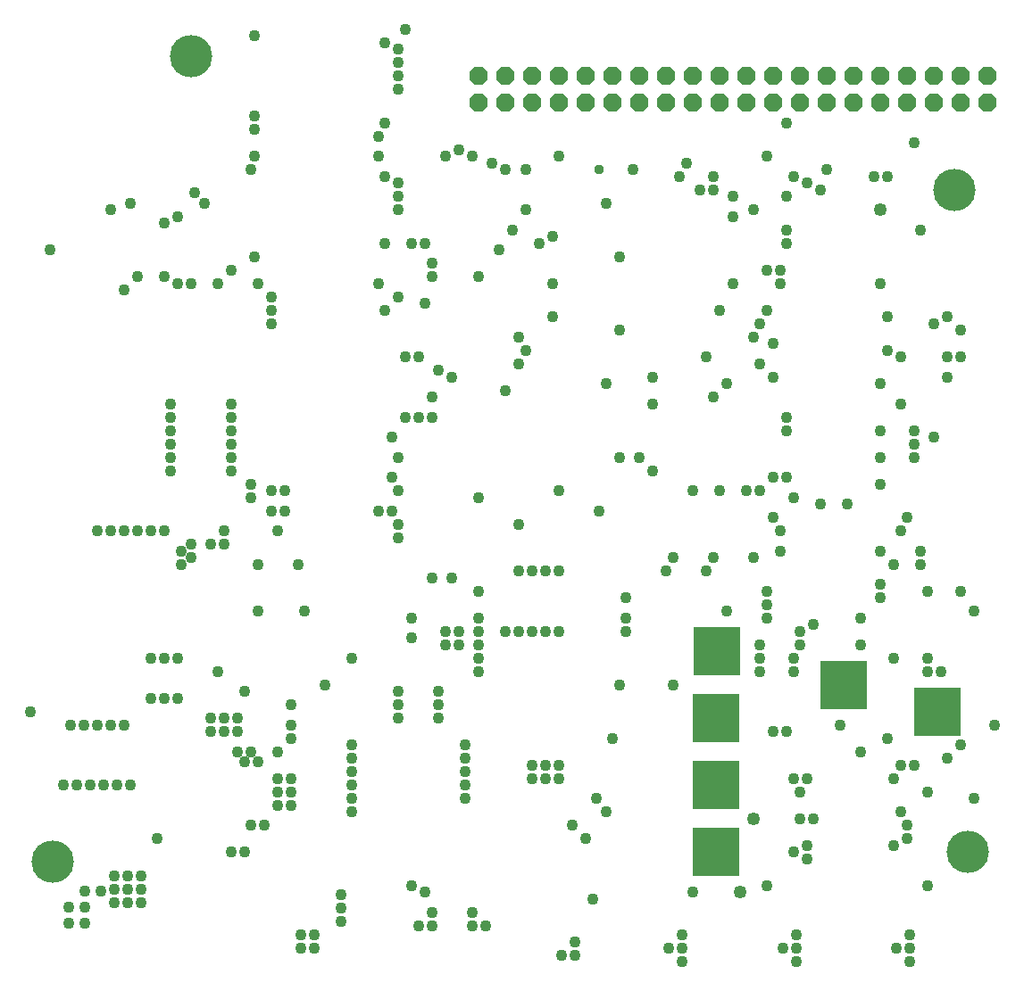
<source format=gbs>
G75*
%MOIN*%
%OFA0B0*%
%FSLAX25Y25*%
%IPPOS*%
%LPD*%
%AMOC8*
5,1,8,0,0,1.08239X$1,22.5*
%
%ADD10C,0.15800*%
%ADD11OC8,0.06800*%
%ADD12R,0.17600X0.18400*%
%ADD13C,0.04300*%
%ADD14C,0.04343*%
%ADD15C,0.03769*%
%ADD16C,0.04934*%
D10*
X0022800Y0108300D03*
X0364300Y0111800D03*
X0359300Y0359300D03*
X0074300Y0409300D03*
D11*
X0181800Y0401800D03*
X0181800Y0391800D03*
X0191800Y0391800D03*
X0191800Y0401800D03*
X0201800Y0401800D03*
X0211800Y0401800D03*
X0211800Y0391800D03*
X0201800Y0391800D03*
X0221800Y0391800D03*
X0231800Y0391800D03*
X0231800Y0401800D03*
X0221800Y0401800D03*
X0241800Y0401800D03*
X0241800Y0391800D03*
X0251800Y0391800D03*
X0261800Y0391800D03*
X0261800Y0401800D03*
X0251800Y0401800D03*
X0271800Y0401800D03*
X0271800Y0391800D03*
X0281800Y0391800D03*
X0291800Y0391800D03*
X0291800Y0401800D03*
X0281800Y0401800D03*
X0301800Y0401800D03*
X0301800Y0391800D03*
X0311800Y0391800D03*
X0321800Y0391800D03*
X0321800Y0401800D03*
X0311800Y0401800D03*
X0331800Y0401800D03*
X0341800Y0401800D03*
X0341800Y0391800D03*
X0331800Y0391800D03*
X0351800Y0391800D03*
X0351800Y0401800D03*
X0361800Y0401800D03*
X0371800Y0401800D03*
X0371800Y0391800D03*
X0361800Y0391800D03*
D12*
X0270600Y0186800D03*
X0270500Y0161800D03*
X0270500Y0136800D03*
X0270500Y0111800D03*
X0353100Y0164300D03*
X0318100Y0174300D03*
D13*
X0316800Y0174300D03*
X0311800Y0174300D03*
X0311800Y0169300D03*
X0316800Y0169300D03*
X0321800Y0169300D03*
X0321800Y0174300D03*
X0321800Y0179300D03*
X0316800Y0179300D03*
X0311800Y0179300D03*
X0346800Y0169300D03*
X0346800Y0164300D03*
X0346800Y0159300D03*
X0351800Y0159300D03*
X0351800Y0164300D03*
X0351800Y0169300D03*
X0356800Y0169300D03*
X0356800Y0164300D03*
X0356800Y0159300D03*
X0276800Y0156800D03*
X0276800Y0161800D03*
X0271800Y0161800D03*
X0271800Y0156800D03*
X0266800Y0156800D03*
X0266800Y0161800D03*
X0266800Y0166800D03*
X0271800Y0166800D03*
X0276800Y0166800D03*
X0274300Y0181800D03*
X0269300Y0181800D03*
X0269300Y0186800D03*
X0274300Y0186800D03*
X0274300Y0191800D03*
X0269300Y0191800D03*
X0264300Y0191800D03*
X0264300Y0186800D03*
X0264300Y0181800D03*
X0266800Y0141800D03*
X0266800Y0136800D03*
X0266800Y0131800D03*
X0271800Y0131800D03*
X0271800Y0136800D03*
X0271800Y0141800D03*
X0276800Y0141800D03*
X0276800Y0136800D03*
X0276800Y0131800D03*
X0276800Y0116800D03*
X0276800Y0111800D03*
X0276800Y0106800D03*
X0271800Y0106800D03*
X0271800Y0111800D03*
X0271800Y0116800D03*
X0266800Y0116800D03*
X0266800Y0111800D03*
X0266800Y0106800D03*
D14*
X0115300Y0075800D03*
X0115300Y0080800D03*
X0120300Y0080800D03*
X0120300Y0075800D03*
X0130300Y0085800D03*
X0130300Y0090800D03*
X0130300Y0095800D03*
X0156800Y0099300D03*
X0161800Y0096800D03*
X0164300Y0089300D03*
X0164300Y0084300D03*
X0159300Y0084300D03*
X0179300Y0084300D03*
X0179300Y0089300D03*
X0184300Y0084300D03*
X0212800Y0073300D03*
X0217800Y0073300D03*
X0217800Y0078300D03*
X0224300Y0094300D03*
X0221800Y0116800D03*
X0216800Y0121800D03*
X0229300Y0126800D03*
X0225800Y0131800D03*
X0211800Y0139300D03*
X0211800Y0144300D03*
X0206800Y0144300D03*
X0201800Y0144300D03*
X0201800Y0139300D03*
X0206800Y0139300D03*
X0231800Y0154300D03*
X0234300Y0174300D03*
X0254300Y0174300D03*
X0236800Y0194300D03*
X0236800Y0199300D03*
X0236800Y0206800D03*
X0251800Y0216800D03*
X0254300Y0221800D03*
X0266800Y0216800D03*
X0269300Y0221800D03*
X0284300Y0221800D03*
X0294300Y0224300D03*
X0294300Y0231800D03*
X0291800Y0236800D03*
X0299300Y0244300D03*
X0296800Y0251800D03*
X0291800Y0251800D03*
X0286800Y0246800D03*
X0281800Y0246800D03*
X0271800Y0246800D03*
X0261800Y0246800D03*
X0246800Y0254300D03*
X0241800Y0259300D03*
X0234300Y0259300D03*
X0246800Y0279300D03*
X0246800Y0289300D03*
X0229300Y0286800D03*
X0234300Y0306800D03*
X0209300Y0311800D03*
X0209300Y0324300D03*
X0204300Y0339300D03*
X0209300Y0341800D03*
X0199300Y0351800D03*
X0194300Y0344300D03*
X0189300Y0336800D03*
X0181800Y0326800D03*
X0164300Y0326800D03*
X0164300Y0331800D03*
X0161800Y0339300D03*
X0156800Y0339300D03*
X0146800Y0339300D03*
X0151800Y0351800D03*
X0151800Y0356800D03*
X0151800Y0361800D03*
X0146800Y0364300D03*
X0144300Y0371800D03*
X0144300Y0379300D03*
X0146800Y0384300D03*
X0151800Y0396800D03*
X0151800Y0401800D03*
X0151800Y0406800D03*
X0151800Y0411800D03*
X0146800Y0414300D03*
X0154300Y0419300D03*
X0098050Y0416800D03*
X0098050Y0386800D03*
X0098050Y0381800D03*
X0098050Y0371800D03*
X0096800Y0366800D03*
X0079300Y0354300D03*
X0075550Y0358050D03*
X0069300Y0349300D03*
X0064300Y0346800D03*
X0051800Y0354300D03*
X0044300Y0351800D03*
X0021800Y0336800D03*
X0049300Y0321800D03*
X0054300Y0326800D03*
X0064300Y0326800D03*
X0069300Y0324300D03*
X0074300Y0324300D03*
X0084300Y0324300D03*
X0089300Y0329300D03*
X0098050Y0334300D03*
X0099300Y0324300D03*
X0104300Y0319300D03*
X0104300Y0314300D03*
X0104300Y0309300D03*
X0144300Y0324300D03*
X0151800Y0319300D03*
X0146800Y0314300D03*
X0161800Y0316800D03*
X0159300Y0296800D03*
X0154300Y0296800D03*
X0166800Y0291800D03*
X0171800Y0289300D03*
X0164300Y0281800D03*
X0164300Y0274300D03*
X0159300Y0274300D03*
X0154300Y0274300D03*
X0149300Y0266800D03*
X0151800Y0259300D03*
X0149300Y0251800D03*
X0151800Y0246800D03*
X0149300Y0239300D03*
X0144300Y0239300D03*
X0151800Y0234300D03*
X0151800Y0229300D03*
X0164300Y0214300D03*
X0171800Y0214300D03*
X0181800Y0209300D03*
X0181800Y0199300D03*
X0181800Y0194300D03*
X0181800Y0189300D03*
X0181800Y0184300D03*
X0174300Y0189300D03*
X0174300Y0194300D03*
X0169300Y0194300D03*
X0169300Y0189300D03*
X0156800Y0191800D03*
X0156800Y0199300D03*
X0134300Y0184300D03*
X0124300Y0174300D03*
X0111800Y0166800D03*
X0111800Y0159300D03*
X0111800Y0154300D03*
X0106800Y0149300D03*
X0099300Y0145550D03*
X0096800Y0149300D03*
X0094300Y0145550D03*
X0091800Y0149300D03*
X0091800Y0156800D03*
X0091800Y0161800D03*
X0086800Y0161800D03*
X0086800Y0156800D03*
X0081800Y0156800D03*
X0081800Y0161800D03*
X0069300Y0169300D03*
X0064300Y0169300D03*
X0059300Y0169300D03*
X0049300Y0159300D03*
X0044300Y0159300D03*
X0039300Y0159300D03*
X0034300Y0159300D03*
X0029300Y0159300D03*
X0014300Y0164300D03*
X0026800Y0136800D03*
X0031800Y0136800D03*
X0036800Y0136800D03*
X0041800Y0136800D03*
X0046800Y0136800D03*
X0051800Y0136800D03*
X0061800Y0116800D03*
X0055800Y0102800D03*
X0055800Y0097800D03*
X0055800Y0092800D03*
X0050800Y0092800D03*
X0050800Y0097800D03*
X0050800Y0102800D03*
X0045800Y0102800D03*
X0045800Y0097800D03*
X0045800Y0092800D03*
X0040800Y0097300D03*
X0034800Y0097300D03*
X0034800Y0091300D03*
X0034800Y0085300D03*
X0028800Y0085300D03*
X0028800Y0091300D03*
X0089300Y0111800D03*
X0094300Y0111800D03*
X0096800Y0121800D03*
X0101800Y0121800D03*
X0106800Y0129300D03*
X0106800Y0134300D03*
X0106800Y0139300D03*
X0111800Y0139300D03*
X0111800Y0134300D03*
X0111800Y0129300D03*
X0134300Y0126800D03*
X0134300Y0131800D03*
X0134300Y0136800D03*
X0134300Y0141800D03*
X0134300Y0146800D03*
X0134300Y0151800D03*
X0151800Y0161800D03*
X0151800Y0166800D03*
X0151800Y0171800D03*
X0166800Y0171800D03*
X0166800Y0166800D03*
X0166800Y0161800D03*
X0176800Y0151800D03*
X0176800Y0146800D03*
X0176800Y0141800D03*
X0176800Y0136800D03*
X0176800Y0131800D03*
X0181800Y0179300D03*
X0191800Y0194300D03*
X0196800Y0194300D03*
X0201800Y0194300D03*
X0206800Y0194300D03*
X0211800Y0194300D03*
X0211800Y0216800D03*
X0206800Y0216800D03*
X0201800Y0216800D03*
X0196800Y0216800D03*
X0196800Y0234300D03*
X0181800Y0244300D03*
X0211800Y0246800D03*
X0226800Y0239300D03*
X0274300Y0201800D03*
X0289300Y0199300D03*
X0289300Y0204300D03*
X0289300Y0209300D03*
X0301800Y0194300D03*
X0301800Y0189300D03*
X0299300Y0184300D03*
X0299300Y0179300D03*
X0286800Y0179300D03*
X0286800Y0184300D03*
X0286800Y0189300D03*
X0306800Y0196800D03*
X0324300Y0199300D03*
X0324300Y0189300D03*
X0336800Y0184300D03*
X0349300Y0184300D03*
X0349300Y0179300D03*
X0354300Y0179300D03*
X0374300Y0159300D03*
X0361800Y0151800D03*
X0356800Y0146800D03*
X0344300Y0144300D03*
X0339300Y0144300D03*
X0336800Y0139300D03*
X0349300Y0134300D03*
X0339300Y0126800D03*
X0341800Y0121800D03*
X0341800Y0116800D03*
X0336800Y0114300D03*
X0349300Y0099300D03*
X0342800Y0080800D03*
X0342800Y0075800D03*
X0342800Y0070800D03*
X0337800Y0075800D03*
X0300300Y0075800D03*
X0300300Y0070800D03*
X0295300Y0075800D03*
X0300300Y0080800D03*
X0289300Y0099300D03*
X0304300Y0109300D03*
X0299300Y0111800D03*
X0304300Y0114300D03*
X0301800Y0124300D03*
X0306800Y0124300D03*
X0301800Y0134300D03*
X0299300Y0139300D03*
X0304300Y0139300D03*
X0296800Y0156800D03*
X0291800Y0156800D03*
X0316800Y0159300D03*
X0324300Y0149300D03*
X0334300Y0154300D03*
X0366800Y0131800D03*
X0366800Y0201800D03*
X0361800Y0209300D03*
X0349300Y0209300D03*
X0346800Y0219300D03*
X0346800Y0224300D03*
X0339300Y0231800D03*
X0341800Y0236800D03*
X0331800Y0224300D03*
X0336800Y0219300D03*
X0331800Y0211800D03*
X0331800Y0206800D03*
X0319300Y0241800D03*
X0309300Y0241800D03*
X0331800Y0249300D03*
X0331800Y0259300D03*
X0331800Y0269300D03*
X0339300Y0279300D03*
X0331800Y0286800D03*
X0339300Y0296800D03*
X0334300Y0299300D03*
X0334300Y0311800D03*
X0331800Y0324300D03*
X0351800Y0309300D03*
X0356800Y0311800D03*
X0361800Y0306800D03*
X0361800Y0296800D03*
X0356800Y0296800D03*
X0356800Y0289300D03*
X0344300Y0269300D03*
X0344300Y0264300D03*
X0344300Y0259300D03*
X0351800Y0266800D03*
X0296800Y0269300D03*
X0296800Y0274300D03*
X0291800Y0289300D03*
X0286800Y0294300D03*
X0291800Y0301800D03*
X0284300Y0304300D03*
X0286800Y0309300D03*
X0289300Y0314300D03*
X0294300Y0324300D03*
X0294300Y0329300D03*
X0289300Y0329300D03*
X0296800Y0339300D03*
X0296800Y0344300D03*
X0284300Y0351800D03*
X0276800Y0349300D03*
X0276800Y0356800D03*
X0269300Y0359300D03*
X0264300Y0359300D03*
X0269300Y0364300D03*
X0259300Y0369300D03*
X0256800Y0364300D03*
X0239300Y0366800D03*
X0229300Y0354300D03*
X0234300Y0334300D03*
X0271800Y0314300D03*
X0276800Y0324300D03*
X0266800Y0296800D03*
X0274300Y0286800D03*
X0269300Y0281800D03*
X0199300Y0299300D03*
X0196800Y0294300D03*
X0196800Y0304300D03*
X0191800Y0284300D03*
X0109300Y0246800D03*
X0104300Y0246800D03*
X0104300Y0239300D03*
X0109300Y0239300D03*
X0106800Y0231800D03*
X0099300Y0219300D03*
X0086800Y0226800D03*
X0086800Y0231800D03*
X0081800Y0226800D03*
X0074300Y0226800D03*
X0070550Y0224300D03*
X0074300Y0221800D03*
X0070550Y0219300D03*
X0064300Y0231800D03*
X0059300Y0231800D03*
X0054300Y0231800D03*
X0049300Y0231800D03*
X0044300Y0231800D03*
X0039300Y0231800D03*
X0066800Y0254300D03*
X0066800Y0259300D03*
X0066800Y0264300D03*
X0066800Y0269300D03*
X0066800Y0274300D03*
X0066800Y0279300D03*
X0089300Y0279300D03*
X0089300Y0274300D03*
X0089300Y0269300D03*
X0089300Y0264300D03*
X0089300Y0259300D03*
X0089300Y0254300D03*
X0096800Y0249300D03*
X0096800Y0244300D03*
X0114300Y0219300D03*
X0116800Y0201800D03*
X0099300Y0201800D03*
X0069300Y0184300D03*
X0064300Y0184300D03*
X0059300Y0184300D03*
X0084300Y0179300D03*
X0094300Y0171800D03*
X0252800Y0075800D03*
X0257800Y0075800D03*
X0257800Y0070800D03*
X0257800Y0080800D03*
X0261800Y0096800D03*
X0346800Y0344300D03*
X0334300Y0364300D03*
X0329300Y0364300D03*
X0311800Y0366800D03*
X0309300Y0359300D03*
X0304300Y0361800D03*
X0299300Y0364300D03*
X0289300Y0371800D03*
X0296800Y0384300D03*
X0296800Y0356800D03*
X0344300Y0376800D03*
X0211800Y0371800D03*
X0199300Y0366800D03*
X0191800Y0366800D03*
X0186800Y0369300D03*
X0179300Y0371800D03*
X0174300Y0374300D03*
X0169300Y0371800D03*
D15*
X0226800Y0366800D03*
D16*
X0331800Y0351800D03*
X0284300Y0124300D03*
X0279300Y0096800D03*
M02*

</source>
